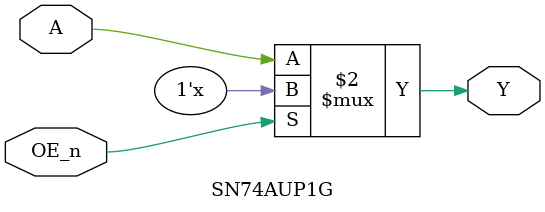
<source format=v>

module SN74AUP1G(
    input   wire         A,
    input   wire         OE_n,
    output  wire         Y
    );

assign Y = (OE_n == 1'b0 )?  A : 1'bz;

endmodule

</source>
